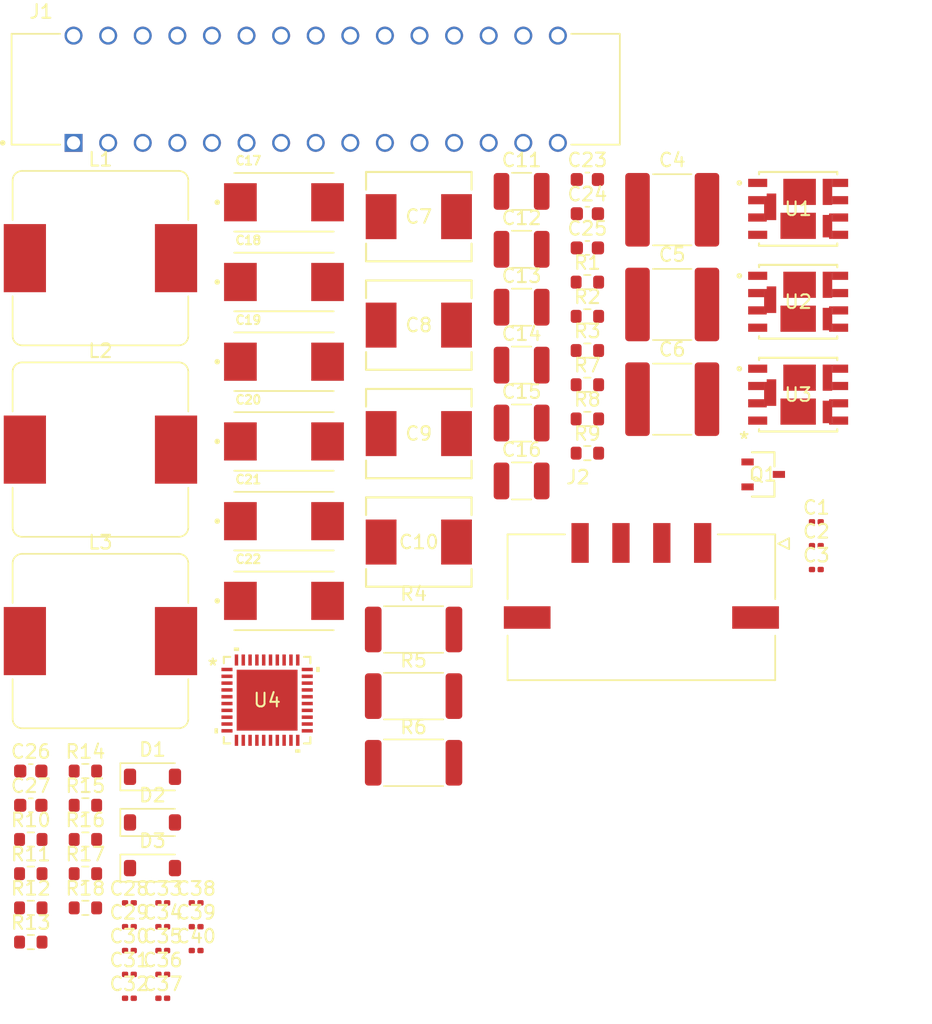
<source format=kicad_pcb>
(kicad_pcb (version 20221018) (generator pcbnew)
  (layers (0 "F.Cu" signal) (31 "B.Cu" signal) (34 "B.Paste" user) (35 "F.Paste" user) (36 "B.SilkS" user "B.Silkscreen") (37 "F.SilkS" user "F.Silkscreen") (38 "B.Mask" user) (39 "F.Mask" user) (44 "Edge.Cuts" user))
  (net 0 "")
  (net 1 "+28V")
  (net 2 "GND")
  (net 3 "+3.3V")
  (net 4 "+5V")
  (net 5 "+12V")
  (net 6 "/SNS1+")
  (net 7 "/SNS2+")
  (net 8 "/SNS3+")
  (net 11 "Net-(L1-Pad1)")
  (net 12 "Net-(L2-Pad1)")
  (net 13 "Net-(L3-Pad1)")
  (net 14 "/PWRON")
  (net 15 "Net-(Q1-D)")
  (net 16 "/RUN")
  (net 17 "/TG1")
  (net 18 "/BG1")
  (net 19 "/TG2")
  (net 20 "/BG2")
  (net 21 "/TG3")
  (net 22 "/BG3")
  (net 26 "VCC")
  (net 27 "Net-(U4-TRACK{slash}SS1)")
  (net 28 "Net-(U4-TRACK{slash}SS2)")
  (net 29 "Net-(U4-TRACK{slash}SS3)")
  (net 30 "/BST1")
  (net 31 "/SW1")
  (net 32 "/BST2")
  (net 33 "/SW2")
  (net 34 "/BST3")
  (net 35 "/SW3")
  (net 36 "Net-(C34-Pad1)")
  (net 37 "/ITH1")
  (net 38 "Net-(C36-Pad1)")
  (net 39 "/ITH2")
  (net 40 "Net-(C38-Pad1)")
  (net 41 "/ITH3")
  (net 42 "Net-(U4-VFB2)")
  (net 43 "Net-(U4-VFB3)")
  (net 44 "Net-(U4-MODE)")
  (footprint "Capacitor_SMD:C_0201_0603Metric" (layer "F.Cu") (at 106.335 127)
    (fp_text reference "C37" (at 0 -1.05) (layer "F.SilkS"))
    (fp_text value "47p")
    (pad "1" smd roundrect (at -0.32 0) (size 0.46 0.4) (layers "F.Cu" "F.Mask") (net 39 "/ITH2"))
    (pad "2" smd roundrect (at 0.32 0) (size 0.46 0.4) (layers "F.Cu" "F.Mask") (net 2 "GND"))
  )
  (footprint "Inductor_SMD:L_Bourns_SRP1245A" (layer "F.Cu") (at 101.76 100.79)
    (fp_text reference "L3" (at 0 -7.25) (layer "F.SilkS"))
    (fp_text value "4u7")
    (pad "1" smd rect (at -5.55 0) (size 3.1 5) (layers "F.Cu" "F.Paste" "F.Mask") (net 13 "Net-(L3-Pad1)"))
    (pad "2" smd rect (at 5.55 0) (size 3.1 5) (layers "F.Cu" "F.Paste" "F.Mask") (net 35 "/SW3"))
  )
  (footprint "Resistor_SMD:R_0603_1608Metric" (layer "F.Cu") (at 137.51 74.45)
    (fp_text reference "R1" (at 0 -1.43) (layer "F.SilkS"))
    (fp_text value "150R")
    (pad "1" smd roundrect (at -0.825 0) (size 0.8 0.95) (layers "F.Cu" "F.Paste" "F.Mask") (net 15 "Net-(Q1-D)"))
    (pad "2" smd roundrect (at 0.825 0) (size 0.8 0.95) (layers "F.Cu" "F.Paste" "F.Mask") (net 16 "/RUN"))
  )
  (footprint "Capacitor_SMD:C_0201_0603Metric" (layer "F.Cu") (at 108.785 120)
    (fp_text reference "C38" (at 0 -1.05) (layer "F.SilkS"))
    (fp_text value "470p")
    (pad "1" smd roundrect (at -0.32 0) (size 0.46 0.4) (layers "F.Cu" "F.Mask") (net 40 "Net-(C38-Pad1)"))
    (pad "2" smd roundrect (at 0.32 0) (size 0.46 0.4) (layers "F.Cu" "F.Mask") (net 2 "GND"))
  )
  (footprint "Inductor_SMD:L_Bourns_SRP1245A" (layer "F.Cu") (at 101.76 86.74)
    (fp_text reference "L2" (at 0 -7.25) (layer "F.SilkS"))
    (fp_text value "1u5")
    (pad "1" smd rect (at -5.55 0) (size 3.1 5) (layers "F.Cu" "F.Paste" "F.Mask") (net 12 "Net-(L2-Pad1)"))
    (pad "2" smd rect (at 5.55 0) (size 3.1 5) (layers "F.Cu" "F.Paste" "F.Mask") (net 33 "/SW2"))
  )
  (footprint "Capacitor_SMD:C_0603_1608Metric" (layer "F.Cu") (at 96.645 110.33)
    (fp_text reference "C26" (at 0 -1.43) (layer "F.SilkS"))
    (fp_text value "1u")
    (pad "1" smd roundrect (at -0.775 0) (size 0.9 0.95) (layers "F.Cu" "F.Paste" "F.Mask") (net 26 "VCC"))
    (pad "2" smd roundrect (at 0.775 0) (size 0.9 0.95) (layers "F.Cu" "F.Paste" "F.Mask") (net 2 "GND"))
  )
  (footprint "Resistor_SMD:R_0603_1608Metric" (layer "F.Cu") (at 96.645 115.35)
    (fp_text reference "R10" (at 0 -1.43) (layer "F.SilkS"))
    (fp_text value "105k")
    (pad "1" smd roundrect (at -0.825 0) (size 0.8 0.95) (layers "F.Cu" "F.Paste" "F.Mask") (net 4 "+5V"))
    (pad "2" smd roundrect (at 0.825 0) (size 0.8 0.95) (layers "F.Cu" "F.Paste" "F.Mask") (net 42 "Net-(U4-VFB2)"))
  )
  (footprint "lib_fp:TE_5-534204-4" (layer "F.Cu") (at 99.785 64.23)
    (fp_text reference "J1" (at -2.375 -9.635) (layer "F.SilkS"))
    (fp_text value "5-534204-4")
    (pad "1" thru_hole rect (at 0 0) (size 1.32 1.32) (drill 0.97) (layers "*.Cu" "*.Mask") (net 1 "+28V"))
    (pad "2" thru_hole circle (at 2.54 0) (size 1.32 1.32) (drill 0.97) (layers "*.Cu" "*.Mask") (net 1 "+28V"))
    (pad "3" thru_hole circle (at 5.08 0) (size 1.32 1.32) (drill 0.97) (layers "*.Cu" "*.Mask") (net 2 "GND"))
    (pad "4" thru_hole circle (at 7.62 0) (size 1.32 1.32) (drill 0.97) (layers "*.Cu" "*.Mask") (net 3 "+3.3V"))
    (pad "5" thru_hole circle (at 10.16 0) (size 1.32 1.32) (drill 0.97) (layers "*.Cu" "*.Mask") (net 3 "+3.3V"))
    (pad "6" thru_hole circle (at 12.7 0) (size 1.32 1.32) (drill 0.97) (layers "*.Cu" "*.Mask") (net 3 "+3.3V"))
    (pad "7" thru_hole circle (at 15.24 0) (size 1.32 1.32) (drill 0.97) (layers "*.Cu" "*.Mask") (net 2 "GND"))
    (pad "8" thru_hole circle (at 17.78 0) (size 1.32 1.32) (drill 0.97) (layers "*.Cu" "*.Mask") (net 2 "GND"))
    (pad "9" thru_hole circle (at 20.32 0) (size 1.32 1.32) (drill 0.97) (layers "*.Cu" "*.Mask") (net 2 "GND"))
    (pad "10" thru_hole circle (at 22.86 0) (size 1.32 1.32) (drill 0.97) (layers "*.Cu" "*.Mask") (net 2 "GND"))
    (pad "11" thru_hole circle (at 25.4 0) (size 1.32 1.32) (drill 0.97) (layers "*.Cu" "*.Mask") (net 4 "+5V"))
    (pad "12" thru_hole circle (at 27.94 0) (size 1.32 1.32) (drill 0.97) (layers "*.Cu" "*.Mask") (net 4 "+5V"))
    (pad "13" thru_hole circle (at 30.48 0) (size 1.32 1.32) (drill 0.97) (layers "*.Cu" "*.Mask") (net 4 "+5V"))
    (pad "14" thru_hole circle (at 33.02 0) (size 1.32 1.32) (drill 0.97) (layers "*.Cu" "*.Mask") (net 2 "GND"))
    (pad "15" thru_hole circle (at 35.56 0) (size 1.32 1.32) (drill 0.97) (layers "*.Cu" "*.Mask") (net 14 "/PWRON"))
    (pad "16" thru_hole circle (at 0 -7.87) (size 1.32 1.32) (drill 0.97) (layers "*.Cu" "*.Mask") (net 1 "+28V"))
    (pad "17" thru_hole circle (at 2.54 -7.87) (size 1.32 1.32) (drill 0.97) (layers "*.Cu" "*.Mask") (net 2 "GND"))
    (pad "18" thru_hole circle (at 5.08 -7.87) (size 1.32 1.32) (drill 0.97) (layers "*.Cu" "*.Mask") (net 2 "GND"))
    (pad "19" thru_hole circle (at 7.62 -7.87) (size 1.32 1.32) (drill 0.97) (layers "*.Cu" "*.Mask") (net 3 "+3.3V"))
    (pad "20" thru_hole circle (at 10.16 -7.87) (size 1.32 1.32) (drill 0.97) (layers "*.Cu" "*.Mask") (net 3 "+3.3V"))
    (pad "21" thru_hole circle (at 12.7 -7.87) (size 1.32 1.32) (drill 0.97) (layers "*.Cu" "*.Mask") (net 3 "+3.3V"))
    (pad "22" thru_hole circle (at 15.24 -7.87) (size 1.32 1.32) (drill 0.97) (layers "*.Cu" "*.Mask") (net 3 "+3.3V"))
    (pad "23" thru_hole circle (at 17.78 -7.87) (size 1.32 1.32) (drill 0.97) (layers "*.Cu" "*.Mask") (net 2 "GND"))
    (pad "24" thru_hole circle (at 20.32 -7.87) (size 1.32 1.32) (drill 0.97) (layers "*.Cu" "*.Mask") (net 2 "GND"))
    (pad "25" thru_hole circle (at 22.86 -7.87) (size 1.32 1.32) (drill 0.97) (layers "*.Cu" "*.Mask") (net 2 "GND"))
    (pad "26" thru_hole circle (at 25.4 -7.87) (size 1.32 1.32) (drill 0.97) (layers "*.Cu" "*.Mask") (net 2 "GND"))
    (pad "27" thru_hole circle (at 27.94 -7.87) (size 1.32 1.32) (drill 0.97) (layers "*.Cu" "*.Mask") (net 4 "+5V"))
    (pad "28" thru_hole circle (at 30.48 -7.87) (size 1.32 1.32) (drill 0.97) (layers "*.Cu" "*.Mask") (net 4 "+5V"))
    (pad "29" thru_hole circle (at 33.02 -7.87) (size 1.32 1.32) (drill 0.97) (layers "*.Cu" "*.Mask") (net 2 "GND"))
    (pad "30" thru_hole circle (at 35.56 -7.87) (size 1.32 1.32) (drill 0.97) (layers "*.Cu" "*.Mask") (net 5 "+12V"))
  )
  (footprint "Resistor_SMD:R_0603_1608Metric" (layer "F.Cu") (at 100.655 110.33)
    (fp_text reference "R14" (at 0 -1.43) (layer "F.SilkS"))
    (fp_text value "100k")
    (pad "1" smd roundrect (at -0.825 0) (size 0.8 0.95) (layers "F.Cu" "F.Paste" "F.Mask") (net 2 "GND"))
    (pad "2" smd roundrect (at 0.825 0) (size 0.8 0.95) (layers "F.Cu" "F.Paste" "F.Mask") (net 16 "/RUN"))
  )
  (footprint "lib_fp:PG-TDSON-8-57" (layer "F.Cu") (at 152.9862 75.8899)
    (fp_text reference "U2" (at 0 0 unlocked) (layer "F.SilkS"))
    (fp_text value "IAUC60N04S6L045HATMA1")
    (fp_poly (pts (xy -1.299997 0.284994) (xy 1.299997 0.284994) (xy 1.299997 2.205006) (xy -1.299997 2.205006)) (fill solid) (layer "F.Cu"))
    (fp_poly (pts (xy -1.09 -2.205) (xy 1.3 -2.205) (xy 1.3 -0.285) (xy -1.09 -0.285)) (fill solid) (layer "F.Cu"))
    (fp_poly (pts (xy 2.500002 -2.205) (xy 1.800002 -2.205) (xy 1.800002 -0.285) (xy 2.500002 -0.285) (xy 2.500002 -0.335) (xy 2.500002 -0.935) (xy 2.500002 -1.605)) (fill solid) (layer "F.Cu"))
    (fp_poly (pts (xy -1.610002 -1.125) (xy -2.310002 -1.125) (xy -2.310002 -0.935) (xy -2.500002 -0.935) (xy -2.500002 -0.335) (xy -2.500002 0.335) (xy -2.500002 0.935) (xy -2.310002 0.935) (xy -2.310002 0.825) (xy -1.610002 0.825)) (fill solid) (layer "F.Cu"))
    (fp_poly (pts (xy 2.500002 0.335) (xy 2.270002 0.335) (xy 2.270002 0.445) (xy 1.800002 0.445) (xy 1.8 2.095) (xy 2.27 2.095) (xy 2.27 2.205) (xy 2.500002 2.205) (xy 2.500002 1.605) (xy 2.500002 0.935)) (fill solid) (layer "F.Cu"))
    (pad "1" smd rect (at -2.970002 -1.905) (size 1.4 0.6) (layers "F.Cu" "F.Mask") (net 19 "/TG2"))
    (pad "2" smd rect (at -3.085002 -0.635) (size 1.17 0.6) (layers "F.Cu" "F.Mask") (net 33 "/SW2"))
    (pad "3" smd rect (at -3.085002 0.635) (size 1.17 0.6) (layers "F.Cu" "F.Mask") (net 33 "/SW2"))
    (pad "4" smd rect (at -2.970002 1.905) (size 1.4 0.6) (layers "F.Cu" "F.Mask") (net 20 "/BG2"))
    (pad "5" smd rect (at 3.085002 1.905) (size 1.17 0.6) (layers "F.Cu" "F.Mask") (net 2 "GND"))
    (pad "6" smd rect (at 3.085002 0.635) (size 1.17 0.6) (layers "F.Cu" "F.Mask") (net 2 "GND"))
    (pad "7" smd rect (at 3.085002 -0.635) (size 1.17 0.6) (layers "F.Cu" "F.Mask") (net 1 "+28V"))
    (pad "8" smd rect (at 3.085002 -1.905) (size 1.17 0.6) (layers "F.Cu" "F.Mask") (net 1 "+28V"))
  )
  (footprint "lib_fp:CAP_TCJ_U_KAV" (layer "F.Cu") (at 125.1341 69.6448)
    (fp_text reference "C7" (at 0 0 unlocked) (layer "F.SilkS"))
    (fp_text value "150u")
    (pad "1" smd rect (at -2.7686 0 90) (size 3.302 2.2606) (layers "F.Cu" "F.Paste" "F.Mask") (net 1 "+28V"))
    (pad "2" smd rect (at 2.7686 0 90) (size 3.302 2.2606) (layers "F.Cu" "F.Paste" "F.Mask") (net 2 "GND"))
  )
  (footprint "Capacitor_SMD:C_1210_3225Metric" (layer "F.Cu") (at 132.68 67.79)
    (fp_text reference "C11" (at 0 -2.3) (layer "F.SilkS"))
    (fp_text value "47u")
    (pad "1" smd roundrect (at -1.475 0) (size 1.15 2.7) (layers "F.Cu" "F.Paste" "F.Mask") (roundrect_rratio 0.217391) (net 3 "+3.3V"))
    (pad "2" smd roundrect (at 1.475 0) (size 1.15 2.7) (layers "F.Cu" "F.Paste" "F.Mask") (roundrect_rratio 0.217391) (net 2 "GND"))
  )
  (footprint "Capacitor_SMD:C_0603_1608Metric" (layer "F.Cu") (at 137.51 66.92)
    (fp_text reference "C23" (at 0 -1.43) (layer "F.SilkS"))
    (fp_text value "1n")
    (pad "1" smd roundrect (at -0.775 0) (size 0.9 0.95) (layers "F.Cu" "F.Paste" "F.Mask") (net 3 "+3.3V"))
    (pad "2" smd roundrect (at 0.775 0) (size 0.9 0.95) (layers "F.Cu" "F.Paste" "F.Mask") (net 6 "/SNS1+"))
  )
  (footprint "Capacitor_SMD:C_1210_3225Metric" (layer "F.Cu") (at 132.68 72.04)
    (fp_text reference "C12" (at 0 -2.3) (layer "F.SilkS"))
    (fp_text value "47u")
    (pad "1" smd roundrect (at -1.475 0) (size 1.15 2.7) (layers "F.Cu" "F.Paste" "F.Mask") (roundrect_rratio 0.217391) (net 3 "+3.3V"))
    (pad "2" smd roundrect (at 1.475 0) (size 1.15 2.7) (layers "F.Cu" "F.Paste" "F.Mask") (roundrect_rratio 0.217391) (net 2 "GND"))
  )
  (footprint "lib_fp:PG-TDSON-8-57" (layer "F.Cu") (at 152.9862 69.0733)
    (fp_text reference "U1" (at 0 0 unlocked) (layer "F.SilkS"))
    (fp_text value "IAUC60N04S6L045HATMA1")
    (fp_poly (pts (xy -1.299997 0.284994) (xy 1.299997 0.284994) (xy 1.299997 2.205006) (xy -1.299997 2.205006)) (fill solid) (layer "F.Cu"))
    (fp_poly (pts (xy -1.09 -2.205) (xy 1.3 -2.205) (xy 1.3 -0.285) (xy -1.09 -0.285)) (fill solid) (layer "F.Cu"))
    (fp_poly (pts (xy 2.500002 -2.205) (xy 1.800002 -2.205) (xy 1.800002 -0.285) (xy 2.500002 -0.285) (xy 2.500002 -0.335) (xy 2.500002 -0.935) (xy 2.500002 -1.605)) (fill solid) (layer "F.Cu"))
    (fp_poly (pts (xy -1.610002 -1.125) (xy -2.310002 -1.125) (xy -2.310002 -0.935) (xy -2.500002 -0.935) (xy -2.500002 -0.335) (xy -2.500002 0.335) (xy -2.500002 0.935) (xy -2.310002 0.935) (xy -2.310002 0.825) (xy -1.610002 0.825)) (fill solid) (layer "F.Cu"))
    (fp_poly (pts (xy 2.500002 0.335) (xy 2.270002 0.335) (xy 2.270002 0.445) (xy 1.800002 0.445) (xy 1.8 2.095) (xy 2.27 2.095) (xy 2.27 2.205) (xy 2.500002 2.205) (xy 2.500002 1.605) (xy 2.500002 0.935)) (fill solid) (layer "F.Cu"))
    (pad "1" smd rect (at -2.970002 -1.905) (size 1.4 0.6) (layers "F.Cu" "F.Mask") (net 17 "/TG1"))
    (pad "2" smd rect (at -3.085002 -0.635) (size 1.17 0.6) (layers "F.Cu" "F.Mask") (net 31 "/SW1"))
    (pad "3" smd rect (at -3.085002 0.635) (size 1.17 0.6) (layers "F.Cu" "F.Mask") (net 31 "/SW1"))
    (pad "4" smd rect (at -2.970002 1.905) (size 1.4 0.6) (layers "F.Cu" "F.Mask") (net 18 "/BG1"))
    (pad "5" smd rect (at 3.085002 1.905) (size 1.17 0.6) (layers "F.Cu" "F.Mask") (net 2 "GND"))
    (pad "6" smd rect (at 3.085002 0.635) (size 1.17 0.6) (layers "F.Cu" "F.Mask") (net 2 "GND"))
    (pad "7" smd rect (at 3.085002 -0.635) (size 1.17 0.6) (layers "F.Cu" "F.Mask") (net 1 "+28V"))
    (pad "8" smd rect (at 3.085002 -1.905) (size 1.17 0.6) (layers "F.Cu" "F.Mask") (net 1 "+28V"))
  )
  (footprint "Resistor_SMD:R_2512_6332Metric" (layer "F.Cu") (at 124.75 104.83)
    (fp_text reference "R5" (at 0 -2.62) (layer "F.SilkS"))
    (fp_text value "1m5")
    (pad "1" smd roundrect (at -2.9625 0) (size 1.225 3.35) (layers "F.Cu" "F.Paste" "F.Mask") (roundrect_rratio 0.204082) (net 12 "Net-(L2-Pad1)"))
    (pad "2" smd roundrect (at 2.9625 0) (size 1.225 3.35) (layers "F.Cu" "F.Paste" "F.Mask") (roundrect_rratio 0.204082) (net 4 "+5V"))
  )
  (footprint "Capacitor_SMD:C_0603_1608Metric" (layer "F.Cu") (at 137.51 71.94)
    (fp_text reference "C25" (at 0 -1.43) (layer "F.SilkS"))
    (fp_text value "1n")
    (pad "1" smd roundrect (at -0.775 0) (size 0.9 0.95) (layers "F.Cu" "F.Paste" "F.Mask") (net 5 "+12V"))
    (pad "2" smd roundrect (at 0.775 0) (size 0.9 0.95) (layers "F.Cu" "F.Paste" "F.Mask") (net 8 "/SNS3+"))
  )
  (footprint "Capacitor_SMD:C_0201_0603Metric" (layer "F.Cu") (at 154.32 92.04)
    (fp_text reference "C1" (at 0 -1.05) (layer "F.SilkS"))
    (fp_text value "330n")
    (pad "1" smd roundrect (at -0.32 0) (size 0.46 0.4) (layers "F.Cu" "F.Mask") (net 1 "+28V"))
    (pad "2" smd roundrect (at 0.32 0) (size 0.46 0.4) (layers "F.Cu" "F.Mask") (net 2 "GND"))
  )
  (footprint "Capacitor_SMD:C_0201_0603Metric" (layer "F.Cu") (at 103.885 123.5)
    (fp_text reference "C30" (at 0 -1.05) (layer "F.SilkS"))
    (fp_text value "330n")
    (pad "1" smd roundrect (at -0.32 0) (size 0.46 0.4) (layers "F.Cu" "F.Mask") (net 29 "Net-(U4-TRACK{slash}SS3)"))
    (pad "2" smd roundrect (at 0.32 0) (size 0.46 0.4) (layers "F.Cu" "F.Mask") (net 2 "GND"))
  )
  (footprint "Capacitor_SMD:C_0201_0603Metric" (layer "F.Cu") (at 103.885 127)
    (fp_text reference "C32" (at 0 -1.05) (layer "F.SilkS"))
    (fp_text value "100n")
    (pad "1" smd roundrect (at -0.32 0) (size 0.46 0.4) (layers "F.Cu" "F.Mask") (net 32 "/BST2"))
    (pad "2" smd roundrect (at 0.32 0) (size 0.46 0.4) (layers "F.Cu" "F.Mask") (net 33 "/SW2"))
  )
  (footprint "Capacitor_SMD:C_0201_0603Metric" (layer "F.Cu") (at 108.785 123.5)
    (fp_text reference "C40" (at 0 -1.05) (layer "F.SilkS"))
    (fp_text value "330n")
    (pad "1" smd roundrect (at -0.32 0) (size 0.46 0.4) (layers "F.Cu" "F.Mask") (net 1 "+28V"))
    (pad "2" smd roundrect (at 0.32 0) (size 0.46 0.4) (layers "F.Cu" "F.Mask") (net 2 "GND"))
  )
  (footprint "lib_fp:CAP_ECGSY0J331R" (layer "F.Cu") (at 115.235 68.59)
    (fp_text reference "C17" (at -2.618 -3.0564) (layer "F.SilkS") (effects (font (size 0.64 0.64))))
    (fp_text value "330u")
    (pad "1" smd rect (at -3.2 0) (size 2.4 2.8) (layers "F.Cu" "F.Paste" "F.Mask") (net 3 "+3.3V"))
    (pad "2" smd rect (at 3.2 0) (size 2.4 2.8) (layers "F.Cu" "F.Paste" "F.Mask") (net 2 "GND"))
  )
  (footprint "lib_fp:CAP_TCJ_U_KAV" (layer "F.Cu") (at 125.1341 85.564)
    (fp_text reference "C9" (at 0 0 unlocked) (layer "F.SilkS"))
    (fp_text value "150u")
    (pad "1" smd rect (at -2.7686 0 90) (size 3.302 2.2606) (layers "F.Cu" "F.Paste" "F.Mask") (net 1 "+28V"))
    (pad "2" smd rect (at 2.7686 0 90) (size 3.302 2.2606) (layers "F.Cu" "F.Paste" "F.Mask") (net 2 "GND"))
  )
  (footprint "lib_fp:CAP_TCJ_U_KAV" (layer "F.Cu") (at 125.1341 93.5236)
    (fp_text reference "C10" (at 0 0 unlocked) (layer "F.SilkS"))
    (fp_text value "150u")
    (pad "1" smd rect (at -2.7686 0 90) (size 3.302 2.2606) (layers "F.Cu" "F.Paste" "F.Mask") (net 1 "+28V"))
    (pad "2" smd rect (at 2.7686 0 90) (size 3.302 2.2606) (layers "F.Cu" "F.Paste" "F.Mask") (net 2 "GND"))
  )
  (footprint "Resistor_SMD:R_0603_1608Metric" (layer "F.Cu") (at 96.645 122.88)
    (fp_text reference "R13" (at 0 -1.43) (layer "F.SilkS"))
    (fp_text value "15k7")
    (pad "1" smd roundrect (at -0.825 0) (size 0.8 0.95) (layers "F.Cu" "F.Paste" "F.Mask") (net 43 "Net-(U4-VFB3)"))
    (pad "2" smd roundrect (at 0.825 0) (size 0.8 0.95) (layers "F.Cu" "F.Paste" "F.Mask") (net 2 "GND"))
  )
  (footprint "lib_fp:05-08-1728_ADI" (layer "F.Cu") (at 113.9958 105.1258)
    (fp_text reference "U4" (at 0 0 unlocked) (layer "F.SilkS"))
    (fp_text value "LTC7819RUJ-TRPBF")
    (fp_text user "*" (at -3.9878 -2.5 unlocked) (layer "F.SilkS"))
    (fp_text user "*" (at -3.9878 -2.5) (layer "F.SilkS"))
    (pad "1" smd rect (at -2.9464 -2.250001 90) (size 0.254 0.8128) (layers "F.Cu" "F.Paste" "F.Mask") (net 44 "Net-(U4-MODE)"))
    (pad "2" smd rect (at -2.9464 -1.749999 90) (size 0.254 0.8128) (layers "F.Cu" "F.Paste" "F.Mask") (net 27 "Net-(U4-TRACK{slash}SS1)"))
    (pad "3" smd rect (at -2.9464 -1.25 90) (size 0.254 0.8128) (layers "F.Cu" "F.Paste" "F.Mask") (net 3 "+3.3V"))
    (pad "4" smd rect (at -2.9464 -0.750001 90) (size 0.254 0.8128) (layers "F.Cu" "F.Paste" "F.Mask") (net 6 "/SNS1+"))
    (pad "5" smd rect (at -2.9464 -0.25 90) (size 0.254 0.8128) (layers "F.Cu" "F.Paste" "F.Mask") (net 3 "+3.3V"))
    (pad "6" smd rect (at -2.9464 0.25 90) (size 0.254 0.8128) (layers "F.Cu" "F.Paste" "F.Mask") (net 37 "/ITH1"))
    (pad "7" smd rect (at -2.9464 0.750001 90) (size 0.254 0.8128) (layers "F.Cu" "F.Paste" "F.Mask"))
    (pad "8" smd rect (at -2.9464 1.25 90) (size 0.254 0.8128) (layers "F.Cu" "F.Paste" "F.Mask") (net 16 "/RUN"))
    (pad "9" smd rect (at -2.9464 1.749999 90) (size 0.254 0.8128) (layers "F.Cu" "F.Paste" "F.Mask") (net 16 "/RUN"))
    (pad "10" smd rect (at -2.9464 2.250001 90) (size 0.254 0.8128) (layers "F.Cu" "F.Paste" "F.Mask") (net 16 "/RUN"))
    (pad "11" smd rect (at -2.250001 2.9464) (size 0.254 0.8128) (layers "F.Cu" "F.Paste" "F.Mask") (net 4 "+5V"))
    (pad "12" smd rect (at -1.749999 2.9464) (size 0.254 0.8128) (layers "F.Cu" "F.Paste" "F.Mask") (net 7 "/SNS2+"))
    (pad "13" smd rect (at -1.25 2.9464) (size 0.254 0.8128) (layers "F.Cu" "F.Paste" "F.Mask") (net 42 "Net-(U4-VFB2)"))
    (pad "14" smd rect (at -0.750001 2.9464) (size 0.254 0.8128) (layers "F.Cu" "F.Paste" "F.Mask") (net 39 "/ITH2"))
    (pad "15" smd rect (at -0.25 2.9464) (size 0.254 0.8128) (layers "F.Cu" "F.Paste" "F.Mask") (net 28 "Net-(U4-TRACK{slash}SS2)"))
    (pad "16" smd rect (at 0.25 2.9464) (size 0.254 0.8128) (layers "F.Cu" "F.Paste" "F.Mask") (net 2 "GND"))
    (pad "17" smd rect (at 0.750001 2.9464) (size 0.254 0.8128) (layers "F.Cu" "F.Paste" "F.Mask"))
    (pad "18" smd rect (at 1.25 2.9464) (size 0.254 0.8128) (layers "F.Cu" "F.Paste" "F.Mask") (net 19 "/TG2"))
    (pad "19" smd rect (at 1.749999 2.9464) (size 0.254 0.8128) (layers "F.Cu" "F.Paste" "F.Mask") (net 33 "/SW2"))
    (pad "20" smd rect (at 2.250001 2.9464) (size 0.254 0.8128) (layers "F.Cu" "F.Paste" "F.Mask") (net 32 "/BST2"))
    (pad "21" smd rect (at 2.9464 2.250001 90) (size 0.254 0.8128) (layers "F.Cu" "F.Paste" "F.Mask") (net 20 "/BG2"))
    (pad "22" smd rect (at 2.9464 1.749999 90) (size 0.254 0.8128) (layers "F.Cu" "F.Paste" "F.Mask") (net 26 "VCC"))
    (pad "23" smd rect (at 2.9464 1.25 90) (size 0.254 0.8128) (layers "F.Cu" "F.Paste" "F.Mask") (net 4 "+5V"))
    (pad "24" smd rect (at 2.9464 0.750001 90) (size 0.254 0.8128) (layers "F.Cu" "F.Paste" "F.Mask") (net 1 "+28V"))
    (pad "25" smd rect (at 2.9464 0.25 90) (size 0.254 0.8128) (layers "F.Cu" "F.Paste" "F.Mask") (net 18 "/BG1"))
    (pad "26" smd rect (at 2.9464 -0.25 90) (size 0.254 0.8128) (layers "F.Cu" "F.Paste" "F.Mask") (net 30 "/BST1"))
    (pad "27" smd rect (at 2.9464 -0.750001 90) (size 0.254 0.8128) (layers "F.Cu" "F.Paste" "F.Mask") (net 17 "/TG1"))
    (pad "28" smd rect (at 2.9464 -1.25 90) (size 0.254 0.8128) (layers "F.Cu" "F.Paste" "F.Mask") (net 31 "/SW1"))
    (pad "29" smd rect (at 2.9464 -1.749999 90) (size 0.254 0.8128) (layers "F.Cu" "F.Paste" "F.Mask") (net 22 "/BG3"))
    (pad "30" smd rect (at 2.9464 -2.250001 90) (size 0.254 0.8128) (layers "F.Cu" "F.Paste" "F.Mask") (net 34 "/BST3"))
    (pad "31" smd rect (at 2.250001 -2.9464) (size 0.254 0.8128) (layers "F.Cu" "F.Paste" "F.Mask") (net 35 "/SW3"))
    (pad "32" smd rect (at 1.749999 -2.9464) (size 0.254 0.8128) (layers "F.Cu" "F.Paste" "F.Mask") (net 21 "/TG3"))
    (pad "33" smd rect (at 1.25 -2.9464) (size 0.254 0.8128) (layers "F.Cu" "F.Paste" "F.Mask"))
    (pad "34" smd rect (at 0.750001 -2.9464) (size 0.254 0.8128) (layers "F.Cu" "F.Paste" "F.Mask") (net 26 "VCC"))
    (pad "35" smd rect (at 0.25 -2.9464) (size 0.254 0.8128) (layers "F.Cu" "F.Paste" "F.Mask") (net 29 "Net-(U4-TRACK{slash}SS3)"))
    (pad "36" smd rect (at -0.25 -2.9464) (size 0.254 0.8128) (layers "F.Cu" "F.Paste" "F.Mask") (net 41 "/ITH3"))
    (pad "37" smd rect (at -0.750001 -2.9464) (size 0.254 0.8128) (layers "F.Cu" "F.Paste" "F.Mask") (net 43 "Net-(U4-VFB3)"))
    (pad "38" smd rect (at -1.25 -2.9464) (size 0.254 0.8128) (layers "F.Cu" "F.Paste" "F.Mask") (net 8 "/SNS3+"))
    (pad "39" smd rect (at -1.749999 -2.9464) (size 0.254 0.8128) (layers "F.Cu" "F.Paste" "F.Mask") (net 5 "+12V"))
    (pad "40" smd rect (at -2.250001 -2.9464) (size 0.254 0.8128) (layers "F.Cu" "F.Paste" "F.Mask") (net 2 "GND"))
    (pad "41" smd rect (at 0 0) (size 4.4704 4.4704) (layers "F.Cu" "F.Mask") (net 2 "GND"))
  )
  (footprint "lib_fp:SOT23_DMN6_DIO" (layer "F.Cu") (at 150.4208 88.5608)
    (fp_text reference "Q1" (at 0 0 unlocked) (layer "F.SilkS"))
    (fp_text value "DMN67D7L-7")
    (fp_text user "*" (at -1.40335 -2.566) (layer "F.SilkS"))
    (fp_text user "*" (at -1.40335 -2.566 unlocked) (layer "F.SilkS"))
    (pad "1" smd rect (at -1.14935 -0.914999) (size 0.9017 0.508) (layers "F.Cu" "F.Paste" "F.Mask") (net 14 "/PWRON"))
    (pad "2" smd rect (at -1.14935 0.914999) (size 0.9017 0.508) (layers "F.Cu" "F.Paste" "F.Mask") (net 2 "GND"))
    (pad "3" smd rect (at 1.14935 0) (size 0.9017 0.508) (layers "F.Cu" "F.Paste" "F.Mask") (net 15 "Net-(Q1-D)"))
  )
  (footprint "Capacitor_SMD:C_0201_0603Metric" (layer "F.Cu") (at 103.885 125.25)
    (fp_text reference "C31" (at 0 -1.05) (layer "F.SilkS"))
    (fp_text value "100n")
    (pad "1" smd roundrect (at -0.32 0) (size 0.46 0.4) (layers "F.Cu" "F.Mask") (net 30 "/BST1"))
    (pad "2" smd roundrect (at 0.32 0) (size 0.46 0.4) (layers "F.Cu" "F.Mask") (net 31 "/SW1"))
  )
  (footprint "Capacitor_SMD:C_2220_5650Metric" (layer "F.Cu") (at 143.74 76.09)
    (fp_text reference "C5" (at 0 -3.65) (layer "F.SilkS"))
    (fp_text value "47u")
    (pad "1" smd roundrect (at -2.55 0) (size 1.8 5.4) (layers "F.Cu" "F.Paste" "F.Mask") (roundrect_rratio 0.138889) (net 1 "+28V"))
    (pad "2" smd roundrect (at 2.55 0) (size 1.8 5.4) (layers "F.Cu" "F.Paste" "F.Mask") (roundrect_rratio 0.138889) (net 2 "GND"))
  )
  (footprint "Capacitor_SMD:C_0201_0603Metric" (layer "F.Cu") (at 103.885 120)
    (fp_text reference "C28" (at 0 -1.05) (layer "F.SilkS"))
    (fp_text value "330n")
    (pad "1" smd roundrect (at -0.32 0) (size 0.46 0.4) (layers "F.Cu" "F.Mask") (net 27 "Net-(U4-TRACK{slash}SS1)"))
    (pad "2" smd roundrect (at 0.32 0) (size 0.46 0.4) (layers "F.Cu" "F.Mask") (net 2 "GND"))
  )
  (footprint "Capacitor_SMD:C_0201_0603Metric" (layer "F.Cu") (at 154.32 95.54)
    (fp_text reference "C3" (at 0 -1.05) (layer "F.SilkS"))
    (fp_text value "330n")
    (pad "1" smd roundrect (at -0.32 0) (size 0.46 0.4) (layers "F.Cu" "F.Mask") (net 1 "+28V"))
    (pad "2" smd roundrect (at 0.32 0) (size 0.46 0.4) (layers "F.Cu" "F.Mask") (net 2 "GND"))
  )
  (footprint "Resistor_SMD:R_0603_1608Metric" (layer "F.Cu") (at 96.645 120.37)
    (fp_text reference "R12" (at 0 -1.43) (layer "F.SilkS"))
    (fp_text value "220k")
    (pad "1" smd roundrect (at -0.825 0) (size 0.8 0.95) (layers "F.Cu" "F.Paste" "F.Mask") (net 5 "+12V"))
    (pad "2" smd roundrect (at 0.825 0) (size 0.8 0.95) (layers "F.Cu" "F.Paste" "F.Mask") (net 43 "Net-(U4-VFB3)"))
  )
  (footprint "Capacitor_SMD:C_2220_5650Metric" (layer "F.Cu") (at 143.74 83.04)
    (fp_text reference "C6" (at 0 -3.65) (layer "F.SilkS"))
    (fp_text value "47u")
    (pad "1" smd roundrect (at -2.55 0) (size 1.8 5.4) (layers "F.Cu" "F.Paste" "F.Mask") (roundrect_rratio 0.138889) (net 1 "+28V"))
    (pad "2" smd roundrect (at 2.55 0) (size 1.8 5.4) (layers "F.Cu" "F.Paste" "F.Mask") (roundrect_rratio 0.138889) (net 2 "GND"))
  )
  (footprint "Capacitor_SMD:C_0603_1608Metric" (layer "F.Cu") (at 137.51 69.43)
    (fp_text reference "C24" (at 0 -1.43) (layer "F.SilkS"))
    (fp_text value "1n")
    (pad "1" smd roundrect (at -0.775 0) (size 0.9 0.95) (layers "F.Cu" "F.Paste" "F.Mask") (net 4 "+5V"))
    (pad "2" smd roundrect (at 0.775 0) (size 0.9 0.95) (layers "F.Cu" "F.Paste" "F.Mask") (net 7 "/SNS2+"))
  )
  (footprint "Capacitor_SMD:C_0201_0603Metric" (layer "F.Cu") (at 106.335 120)
    (fp_text reference "C33" (at 0 -1.05) (layer "F.SilkS"))
    (fp_text value "100n")
    (pad "1" smd roundrect (at -0.32 0) (size 0.46 0.4) (layers "F.Cu" "F.Mask") (net 34 "/BST3"))
    (pad "2" smd roundrect (at 0.32 0) (size 0.46 0.4) (layers "F.Cu" "F.Mask") (net 35 "/SW3"))
  )
  (footprint "Capacitor_SMD:C_1210_3225Metric" (layer "F.Cu") (at 132.68 80.54)
    (fp_text reference "C14" (at 0 -2.3) (layer "F.SilkS"))
    (fp_text value "47u")
    (pad "1" smd roundrect (at -1.475 0) (size 1.15 2.7) (layers "F.Cu" "F.Paste" "F.Mask") (roundrect_rratio 0.217391) (net 4 "+5V"))
    (pad "2" smd roundrect (at 1.475 0) (size 1.15 2.7) (layers "F.Cu" "F.Paste" "F.Mask") (roundrect_rratio 0.217391) (net 2 "GND"))
  )
  (footprint "Capacitor_SMD:C_0201_0603Metric" (layer "F.Cu") (at 103.885 121.75)
    (fp_text reference "C29" (at 0 -1.05) (layer "F.SilkS"))
    (fp_text value "330n")
    (pad "1" smd roundrect (at -0.32 0) (size 0.46 0.4) (layers "F.Cu" "F.Mask") (net 2 "GND"))
    (pad "2" smd roundrect (at 0.32 0) (size 0.46 0.4) (layers "F.Cu" "F.Mask") (net 28 "Net-(U4-TRACK{slash}SS2)"))
  )
  (footprint "Capacitor_SMD:C_0201_0603Metric" (layer "F.Cu") (at 106.335 125.25)
    (fp_text reference "C36" (at 0 -1.05) (layer "F.SilkS"))
    (fp_text value "2n2")
    (pad "1" smd roundrect (at -0.32 0) (size 0.46 0.4) (layers "F.Cu" "F.Mask") (net 38 "Net-(C36-Pad1)"))
    (pad "2" smd roundrect (at 0.32 0) (size 0.46 0.4) (layers "F.Cu" "F.Mask") (net 2 "GND"))
  )
  (footprint "Capacitor_SMD:C_1210_3225Metric" (layer "F.Cu") (at 132.68 76.29)
    (fp_text reference "C13" (at 0 -2.3) (layer "F.SilkS"))
    (fp_text value "47u")
    (pad "1" smd roundrect (at -1.475 0) (size 1.15 2.7) (layers "F.Cu" "F.Paste" "F.Mask") (roundrect_rratio 0.217391) (net 4 "+5V"))
    (pad "2" smd roundrect (at 1.475 0) (size 1.15 2.7) (layers "F.Cu" "F.Paste" "F.Mask") (roundrect_rratio 0.217391) (net 2 "GND"))
  )
  (footprint "Diode_SMD:D_SOD-123" (layer "F.Cu") (at 105.58 114.1)
    (fp_text reference "D2" (at 0 -2) (layer "F.SilkS"))
    (fp_text value "PMEG10010ELRX")
    (pad "1" smd roundrect (at -1.65 0) (size 0.9 1.2) (layers "F.Cu" "F.Paste" "F.Mask") (net 32 "/BST2"))
    (pad "2" smd roundrect (at 1.65 0) (size 0.9 1.2) (layers "F.Cu" "F.Paste" "F.Mask") (net 26 "VCC"))
  )
  (footprint "lib_fp:CAP_ECGSY0J331R" (layer "F.Cu") (at 115.235 97.84)
    (fp_text reference "C22" (at -2.618 -3.0564) (layer "F.SilkS") (effects (font (size 0.64 0.64))))
    (fp_text value "100u")
    (pad "1" smd rect (at -3.2 0) (size 2.4 2.8) (layers "F.Cu" "F.Paste" "F.Mask") (net 5 "+12V"))
    (pad "2" smd rect (at 3.2 0) (size 2.4 2.8) (layers "F.Cu" "F.Paste" "F.Mask") (net 2 "GND"))
  )
  (footprint "lib_fp:CAP_ECGSY0J331R" (layer "F.Cu") (at 115.235 86.14)
    (fp_text reference "C20" (at -2.618 -3.0564) (layer "F.SilkS") (effects (font (size 0.64 0.64))))
    (fp_text value "330u")
    (pad "1" smd rect (at -3.2 0) (size 2.4 2.8) (layers "F.Cu" "F.Paste" "F.Mask") (net 4 "+5V"))
    (pad "2" smd rect (at 3.2 0) (size 2.4 2.8) (layers "F.Cu" "F.Paste" "F.Mask") (net 2 "GND"))
  )
  (footprint "Resistor_SMD:R_0603_1608Metric" (layer "F.Cu") (at 137.51 76.96)
    (fp_text reference "R2" (at 0 -1.43) (layer "F.SilkS"))
    (fp_text value "100k")
    (pad "1" smd roundrect (at -0.825 0) (size 0.8 0.95) (layers "F.Cu" "F.Paste" "F.Mask") (net 1 "+28V"))
    (pad "2" smd roundrect (at 0.825 0) (size 0.8 0.95) (layers "F.Cu" "F.Paste" "F.Mask") (net 15 "Net-(Q1-D)"))
  )
  (footprint "Resistor_SMD:R_0603_1608Metric" (layer "F.Cu") (at 137.51 87)
    (fp_text reference "R9" (at 0 -1.43) (layer "F.SilkS"))
    (fp_text value "150R")
    (pad "1" smd roundrect (at -0.825 0) (size 0.8 0.95) (layers "F.Cu" "F.Paste" "F.Mask") (net 8 "/SNS3+"))
    (pad "2" smd roundrect (at 0.825 0) (size 0.8 0.95) (layers "F.Cu" "F.Paste" "F.Mask") (net 13 "Net-(L3-Pad1)"))
  )
  (footprint "Resistor_SMD:R_0603_1608Metric" (layer "F.Cu") (at 96.645 117.86)
    (fp_text reference "R11" (at 0 -1.43) (layer "F.SilkS"))
    (fp_text value "20k")
    (pad "1" smd roundrect (at -0.825 0) (size 0.8 0.95) (layers "F.Cu" "F.Paste" "F.Mask") (net 42 "Net-(U4-VFB2)"))
    (pad "2" smd roundrect (at 0.825 0) (size 0.8 0.95) (layers "F.Cu" "F.Paste" "F.Mask") (net 2 "GND"))
  )
  (footprint "Diode_SMD:D_SOD-123" (layer "F.Cu") (at 105.58 117.45)
    (fp_text reference "D3" (at 0 -2) (layer "F.SilkS"))
    (fp_text value "PMEG10010ELRX")
    (pad "1" smd roundrect (at -1.65 0) (size 0.9 1.2) (layers "F.Cu" "F.Paste" "F.Mask") (net 34 "/BST3"))
    (pad "2" smd roundrect (at 1.65 0) (size 0.9 1.2) (layers "F.Cu" "F.Paste" "F.Mask") (net 26 "VCC"))
  )
  (footprint "lib_fp:MOLEX_436500414" (layer "F.Cu") (at 141.475 98.71)
    (fp_text reference "J2" (at -4.65 -9.9418) (layer "F.SilkS"))
    (fp_text value "436500414")
    (pad "1" smd rect (at 4.5 -5.12) (size 1.27 2.92) (layers "F.Cu" "F.Paste") (net 4 "+5V"))
    (pad "2" smd rect (at 1.5 -5.12) (size 1.27 2.92) (layers "F.Cu" "F.Paste") (net 2 "GND"))
    (pad "3" smd rect (at -1.5 -5.12) (size 1.27 2.92) (layers "F.Cu" "F.Paste") (net 2 "GND"))
    (pad "4" smd rect (at -4.5 -5.12) (size 1.27 2.92) (layers "F.Cu" "F.Paste") (net 5 "+12V"))
    (pad "S1" smd rect (at 8.385 0.35) (size 3.43 1.65) (layers "F.Cu" "F.Paste"))
    (pad "S2" smd rect (at -8.385 0.35) (size 3.43 1.65) (layers "F.Cu" "F.Paste"))
  )
  (footprint "lib_fp:CAP_ECGSY0J331R" (layer "F.Cu") (at 115.235 74.44)
    (fp_text reference "C18" (at -2.618 -3.0564) (layer "F.SilkS") (effects (font (size 0.64 0.64))))
    (fp_text value "330u")
    (pad "1" smd rect (at -3.2 0) (size 2.4 2.8) (layers "F.Cu" "F.Paste" "F.Mask") (net 3 "+3.3V"))
    (pad "2" smd rect (at 3.2 0) (size 2.4 2.8) (layers "F.Cu" "F.Paste" "F.Mask") (net 2 "GND"))
  )
  (footprint "Capacitor_SMD:C_1210_3225Metric" (layer "F.Cu") (at 132.68 84.79)
    (fp_text reference "C15" (at 0 -2.3) (layer "F.SilkS"))
    (fp_text value "22u")
    (pad "1" smd roundrect (at -1.475 0) (size 1.15 2.7) (layers "F.Cu" "F.Paste" "F.Mask") (roundrect_rratio 0.217391) (net 5 "+12V"))
    (pad "2" smd roundrect (at 1.475 0) (size 1.15 2.7) (layers "F.Cu" "F.Paste" "F.Mask") (roundrect_rratio 0.217391) (net 2 "GND"))
  )
  (footprint "Resistor_SMD:R_0603_1608Metric" (layer "F.Cu") (at 100.655 115.35)
    (fp_text reference "R16" (at 0 -1.43) (layer "F.SilkS"))
    (fp_text value "9k3")
    (pad "1" smd roundrect (at -0.825 0) (size 0.8 0.95) (layers "F.Cu" "F.Paste" "F.Mask") (net 39 "/ITH2"))
    (pad "2" smd roundrect (at 0.825 0) (size 0.8 0.95) (layers "F.Cu" "F.Paste" "F.Mask") (net 38 "Net-(C36-Pad1)"))
  )
  (footprint "Resistor_SMD:R_0603_1608Metric" (layer "F.Cu") (at 100.655 120.37)
    (fp_text reference "R18" (at 0 -1.43) (layer "F.SilkS"))
    (fp_text value "100k")
    (pad "1" smd roundrect (at -0.825 0) (size 0.8 0.95) (layers "F.Cu" "F.Paste" "F.Mask") (net 26 "VCC"))
    (pad "2" smd roundrect (at 0.825 0) (size 0.8 0.95) (layers "F.Cu" "F.Paste" "F.Mask") (net 44 "Net-(U4-MODE)"))
  )
  (footprint "Capacitor_SMD:C_0201_0603Metric" (layer "F.Cu") (at 106.335 121.75)
    (fp_text reference "C34" (at 0 -1.05) (layer "F.SilkS"))
    (fp_text value "3n3")
    (pad "1" smd roundrect (at -0.32 0) (size 0.46 0.4) (layers "F.Cu" "F.Mask") (net 36 "Net-(C34-Pad1)"))
    (pad "2" smd roundrect (at 0.32 0) (size 0.46 0.4) (layers "F.Cu" "F.Mask") (net 2 "GND"))
  )
  (footprint "Inductor_SMD:L_Bourns_SRP1245A" (layer "F.Cu") (at 101.76 72.69)
    (fp_text reference "L1" (at 0 -7.25) (layer "F.SilkS"))
    (fp_text value "1u5")
    (pad "1" smd rect (at -5.55 0) (size 3.1 5) (layers "F.Cu" "F.Paste" "F.Mask") (net 11 "Net-(L1-Pad1)"))
    (pad "2" smd rect (at 5.55 0) (size 3.1 5) (layers "F.Cu" "F.Paste" "F.Mask") (net 31 "/SW1"))
  )
  (footprint "Capacitor_SMD:C_0201_0603Metric" (layer "F.Cu") (at 108.785 121.75)
    (fp_text reference "C39" (at 0 -1.05) (layer "F.SilkS"))
    (fp_text value "47p")
    (pad "1" smd roundrect (at -0.32 0) (size 0.46 0.4) (layers "F.Cu" "F.Mask") (net 41 "/ITH3"))
    (pad "2" smd roundrect (at 0.32 0) (size 0.46 0.4) (layers "F.Cu" "F.Mask") (net 2 "GND"))
  )
  (footprint "Resistor_SMD:R_0603_1608Metric" (layer "F.Cu") (at 100.655 117.86)
    (fp_text reference "R17" (at 0 -1.43) (layer "F.SilkS"))
    (fp_text value "2k")
    (pad "1" smd roundrect (at -0.825 0) (size 0.8 0.95) (layers "F.Cu" "F.Paste" "F.Mask") (net 41 "/ITH3"))
    (pad "2" smd roundrect (at 0.825 0) (size 0.8 0.95) (layers "F.Cu" "F.Paste" "F.Mask") (net 40 "Net-(C38-Pad1)"))
  )
  (footprint "Resistor_SMD:R_2512_6332Metric" (layer "F.Cu") (at 124.75 99.94)
    (fp_text reference "R4" (at 0 -2.62) (layer "F.SilkS"))
    (fp_text value "1m5")
    (pad "1" smd roundrect (at -2.9625 0) (size 1.225 3.35) (layers "F.Cu" "F.Paste" "F.Mask") (roundrect_rratio 0.204082) (net 11 "Net-(L1-Pad1)"))
    (pad "2" smd roundrect (at 2.9625 0) (size 1.225 3.35) (layers "F.Cu" "F.Paste" "F.Mask") (roundrect_rratio 0.204082) (net 3 "+3.3V"))
  )
  (footprint "Capacitor_SMD:C_1210_3225Metric" (layer "F.Cu") (at 132.68 89.04)
    (fp_text reference "C16" (at 0 -2.3) (layer "F.SilkS"))
    (fp_text value "22u")
    (pad "1" smd roundrect (at -1.475 0) (size 1.15 2.7) (layers "F.Cu" "F.Paste" "F.Mask") (roundrect_rratio 0.217391) (net 5 "+12V"))
    (pad "2" smd roundrect (at 1.475 0) (size 1.15 2.7) (layers "F.Cu" "F.Paste" "F.Mask") (roundrect_rratio 0.217391) (net 2 "GND"))
  )
  (footprint "Resistor_SMD:R_0603_1608Metric" (layer "F.Cu") (at 137.51 81.98)
    (fp_text reference "R7" (at 0 -1.43) (layer "F.SilkS"))
    (fp_text value "249R")
    (pad "1" smd roundrect (at -0.825 0) (size 0.8 0.95) (layers "F.Cu" "F.Paste" "F.Mask") (net 6 "/SNS1+"))
    (pad "2" smd roundrect (at 0.825 0) (size 0.8 0.95) (layers "F.Cu" "F.Paste" "F.Mask") (net 11 "Net-(L1-Pad1)"))
  )
  (footprint "lib_fp:CAP_ECGSY0J331R" (layer "F.Cu") (at 115.235 91.99)
    (fp_text reference "C21" (at -2.618 -3.0564) (layer "F.SilkS") (effects (font (size 0.64 0.64))))
    (fp_text value "100u")
    (pad "1" smd rect (at -3.2 0) (size 2.4 2.8) (layers "F.Cu" "F.Paste" "F.Mask") (net 5 "+12V"))
    (pad "2" smd rect (at 3.2 0) (size 2.4 2.8) (layers "F.Cu" "F.Paste" "F.Mask") (net 2 "GND"))
  )
  (footprint "Resistor_SMD:R_0603_1608Metric" (layer "F.Cu") (at 137.51 79.47)
    (fp_text reference "R3" (at 0 -1.43) (layer "F.SilkS"))
    (fp_text value "221K")
    (pad "1" smd roundrect (at -0.825 0) (size 0.8 0.95) (layers "F.Cu" "F.Paste" "F.Mask") (net 1 "+28V"))
    (pad "2" smd roundrect (at 0.825 0) (size 0.8 0.95) (layers "F.Cu" "F.Paste" "F.Mask") (net 14 "/PWRON"))
  )
  (footprint "Resistor_SMD:R_0603_1608Metric" (layer "F.Cu") (at 137.51 84.49)
    (fp_text reference "R8" (at 0 -1.43) (layer "F.SilkS"))
    (fp_text value "249R")
    (pad "1" smd roundrect (at -0.825 0) (size 0.8 0.95) (layers "F.Cu" "F.Paste" "F.Mask") (net 7 "/SNS2+"))
    (pad "2" smd roundrect (at 0.825 0) (size 0.8 0.95) (layers "F.Cu" "F.Paste" "F.Mask") (net 12 "Net-(L2-Pad1)"))
  )
  (footprint "Resistor_SMD:R_2512_6332Metric" (layer "F.Cu") (at 124.75 109.72)
    (fp_text reference "R6" (at 0 -2.62) (layer "F.SilkS"))
    (fp_text value "3m3")
    (pad "1" smd roundrect (at -2.9625 0) (size 1.225 3.35) (layers "F.Cu" "F.Paste" "F.Mask") (roundrect_rratio 0.204082) (net 13 "Net-(L3-Pad1)"))
    (pad "2" smd roundrect (at 2.9625 0) (size 1.225 3.35) (layers "F.Cu" "F.Paste" "F.Mask") (roundrect_rratio 0.204082) (net 5 "+12V"))
  )
  (footprint "Capacitor_SMD:C_0603_1608Metric" (layer "F.Cu") (at 96.645 112.84)
    (fp_text reference "C27" (at 0 -1.43) (layer "F.SilkS"))
    (fp_text value "4u7")
    (pad "1" smd roundrect (at -0.775 0) (size 0.9 0.95) (layers "F.Cu" "F.Paste" "F.Mask") (net 26 "VCC"))
    (pad "2" smd roundrect (at 0.775 0) (size 0.9 0.95) (layers "F.Cu" "F.Paste" "F.Mask") (net 2 "GND"))
  )
  (footprint "Diode_SMD:D_SOD-123" (layer "F.Cu") (at 105.58 110.75)
    (fp_text reference "D1" (at 0 -2) (layer "F.SilkS"))
    (fp_text value "PMEG10010ELRX")
    (pad "1" smd roundrect (at -1.65 0) (size 0.9 1.2) (layers "F.Cu" "F.Paste" "F.Mask") (net 30 "/BST1"))
    (pad "2" smd roundrect (at 1.65 0) (size 0.9 1.2) (layers "F.Cu" "F.Paste" "F.Mask") (net 26 "VCC"))
  )
  (footprint "lib_fp:PG-TDSON-8-57" (layer "F.Cu") (at 152.9862 82.7065)
    (fp_text reference "U3" (at 0 0 unlocked) (layer "F.SilkS"))
    (fp_text value "IAUC60N04S6L045HATMA1")
    (fp_poly (pts (xy -1.299997 0.284994) (xy 1.299997 0.284994) (xy 1.299997 2.205006) (xy -1.299997 2.205006)) (fill solid) (layer "F.Cu"))
    (fp_poly (pts (xy -1.09 -2.205) (xy 1.3 -2.205) (xy 1.3 -0.285) (xy -1.09 -0.285)) (fill solid) (layer "F.Cu"))
    (fp_poly (pts (xy 2.500002 -2.205) (xy 1.800002 -2.205) (xy 1.800002 -0.285) (xy 2.500002 -0.285) (xy 2.500002 -0.335) (xy 2.500002 -0.935) (xy 2.500002 -1.605)) (fill solid) (layer "F.Cu"))
    (fp_poly (pts (xy -1.610002 -1.125) (xy -2.310002 -1.125) (xy -2.310002 -0.935) (xy -2.500002 -0.935) (xy -2.500002 -0.335) (xy -2.500002 0.335) (xy -2.500002 0.935) (xy -2.310002 0.935) (xy -2.310002 0.825) (xy -1.610002 0.825)) (fill solid) (layer "F.Cu"))
    (fp_poly (pts (xy 2.500002 0.335) (xy 2.270002 0.335) (xy 2.270002 0.445) (xy 1.800002 0.445) (xy 1.8 2.095) (xy 2.27 2.095) (xy 2.27 2.205) (xy 2.500002 2.205) (xy 2.500002 1.605) (xy 2.500002 0.935)) (fill solid) (layer "F.Cu"))
    (pad "1" smd rect (at -2.970002 -1.905) (size 1.4 0.6) (layers "F.Cu" "F.Mask") (net 21 "/TG3"))
    (pad "2" smd rect (at -3.085002 -0.635) (size 1.17 0.6) (layers "F.Cu" "F.Mask") (net 35 "/SW3"))
    (pad "3" smd rect (at -3.085002 0.635) (size 1.17 0.6) (layers "F.Cu" "F.Mask") (net 35 "/SW3"))
    (pad "4" smd rect (at -2.970002 1.905) (size 1.4 0.6) (layers "F.Cu" "F.Mask") (net 22 "/BG3"))
    (pad "5" smd rect (at 3.085002 1.905) (size 1.17 0.6) (layers "F.Cu" "F.Mask") (net 2 "GND"))
    (pad "6" smd rect (at 3.085002 0.635) (size 1.17 0.6) (layers "F.Cu" "F.Mask") (net 2 "GND"))
    (pad "7" smd rect (at 3.085002 -0.635) (size 1.17 0.6) (layers "F.Cu" "F.Mask") (net 1 "+28V"))
    (pad "8" smd rect (at 3.085002 -1.905) (size 1.17 0.6) (layers "F.Cu" "F.Mask") (net 1 "+28V"))
  )
  (footprint "Resistor_SMD:R_0603_1608Metric" (layer "F.Cu") (at 100.655 112.84)
    (fp_text reference "R15" (at 0 -1.43) (layer "F.SilkS"))
    (fp_text value "10k7")
    (pad "1" smd roundrect (at -0.825 0) (size 0.8 0.95) (layers "F.Cu" "F.Paste" "F.Mask") (net 37 "/ITH1"))
    (pad "2" smd roundrect (at 0.825 0) (size 0.8 0.95) (layers "F.Cu" "F.Paste" "F.Mask") (net 36 "Net-(C34-Pad1)"))
  )
  (footprint "lib_fp:CAP_TCJ_U_KAV" (layer "F.Cu") (at 125.1341 77.6044)
    (fp_text reference "C8" (at 0 0 unlocked) (layer "F.SilkS"))
    (fp_text value "150u")
    (pad "1" smd rect (at -2.7686 0 90) (size 3.302 2.2606) (layers "F.Cu" "F.Paste" "F.Mask") (net 1 "+28V"))
    (pad "2" smd rect (at 2.7686 0 90) (size 3.302 2.2606) (layers "F.Cu" "F.Paste" "F.Mask") (net 2 "GND"))
  )
  (footprint "Capacitor_SMD:C_2220_5650Metric" (layer "F.Cu") (at 143.74 69.14)
    (fp_text reference "C4" (at 0 -3.65) (layer "F.SilkS"))
    (fp_text value "47u")
    (pad "1" smd roundrect (at -2.55 0) (size 1.8 5.4) (layers "F.Cu" "F.Paste" "F.Mask") (roundrect_rratio 0.138889) (net 1 "+28V"))
    (pad "2" smd roundrect (at 2.55 0) (size 1.8 5.4) (layers "F.Cu" "F.Paste" "F.Mask") (roundrect_rratio 0.138889) (net 2 "GND"))
  )
  (footprint "lib_fp:CAP_ECGSY0J331R" (layer "F.Cu") (at 115.235 80.29)
    (fp_text reference "C19" (at -2.618 -3.0564) (layer "F.SilkS") (effects (font (size 0.64 0.64))))
    (fp_text value "330u")
    (pad "1" smd rect (at -3.2 0) (size 2.4 2.8) (layers "F.Cu" "F.Paste" "F.Mask") (net 4 "+5V"))
    (pad "2" smd rect (at 3.2 0) (size 2.4 2.8) (layers "F.Cu" "F.Paste" "F.Mask") (net 2 "GND"))
  )
  (footprint "Capacitor_SMD:C_0201_0603Metric" (layer "F.Cu") (at 154.32 93.79)
    (fp_text reference "C2" (at 0 -1.05) (layer "F.SilkS"))
    (fp_text value "330n")
    (pad "1" smd roundrect (at -0.32 0) (size 0.46 0.4) (layers "F.Cu" "F.Mask") (net 1 "+28V"))
    (pad "2" smd roundrect (at 0.32 0) (size 0.46 0.4) (layers "F.Cu" "F.Mask") (net 2 "GND"))
  )
  (footprint "Capacitor_SMD:C_0201_0603Metric" (layer "F.Cu") (at 106.335 123.5)
    (fp_text reference "C35" (at 0 -1.05) (layer "F.SilkS"))
    (fp_text value "47p")
    (pad "1" smd roundrect (at -0.32 0) (size 0.46 0.4) (layers "F.Cu" "F.Mask") (net 37 "/ITH1"))
    (pad "2" smd roundrect (at 0.32 0) (size 0.46 0.4) (layers "F.Cu" "F.Mask") (net 2 "GND"))
  )
)
</source>
